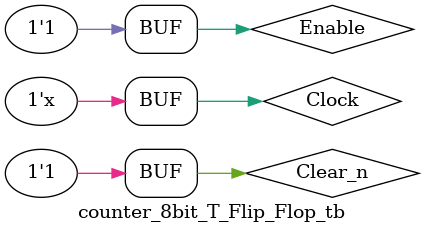
<source format=v>
module counter_8bit_T_Flip_Flop_tb();
    reg Clock;
    reg Clear_n;
    reg Enable;
    wire [7:0] Q;

    counter_8bit_T_Flip_Flop DUT(.Clock(Clock), .Clear_n(Clear_n), .Enable(Enable), .Q(Q));

    initial begin
        Clock = 0;
        Clear_n = 0;
        Enable = 0;

        #20 Enable = 1;
        #20 Clear_n = 1;
        #80 Enable = 0;
        #80 Enable = 1;
    end

    always #5 Clock = ~Clock;

endmodule
</source>
